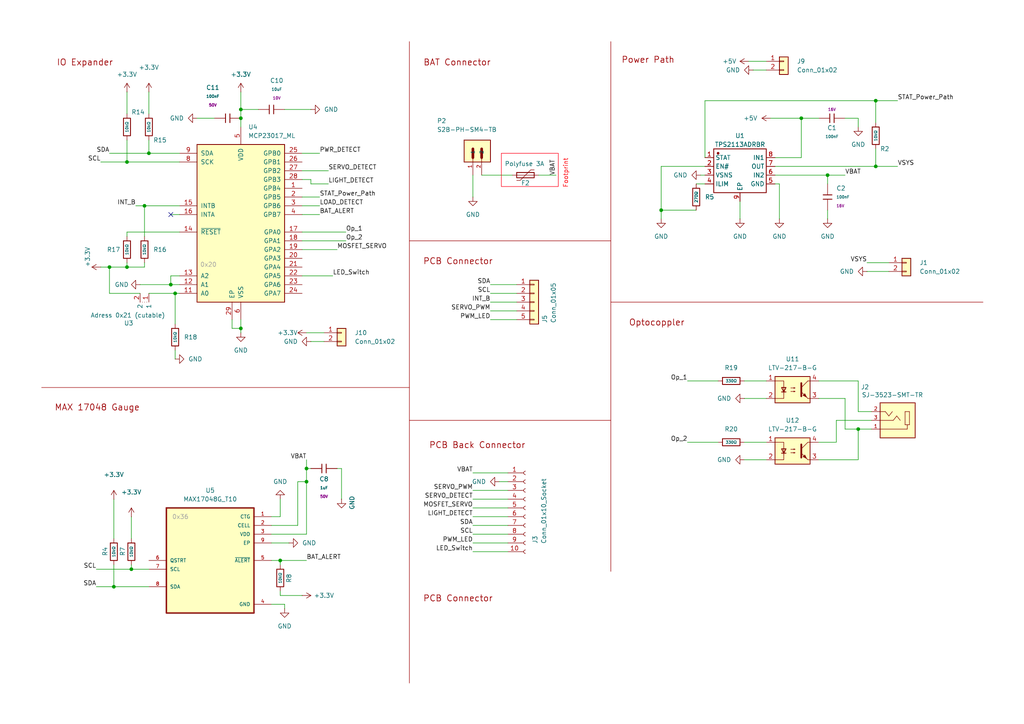
<source format=kicad_sch>
(kicad_sch (version 20250114) (generator "eeschema") (generator_version "9.0")
  (paper "A4")
  (rectangle (start 145.415 54.102) (end 161.925 44.45) (stroke (width 0) (color 255 0 23 1)))
  (text "PCB Back Connector" (at 138.43 129.286 0) (effects (font (size 1.778 1.778) (thickness 0.1905))))
  (text "Optocoppler" (at 190.5 93.726 0) (effects (font (size 1.778 1.778) (thickness 0.1905))))
  (text "BAT Connector\n" (at 132.588 18.288 0) (effects (font (size 1.778 1.778) (thickness 0.1905))))
  (text "IO Expander" (at 24.638 18.288 0) (effects (font (size 1.778 1.778) (thickness 0.1905))))
  (text "PCB Connector" (at 132.842 75.946 0) (effects (font (size 1.778 1.778) (thickness 0.1905))))
  (text "0x20" (at 60.452 76.962 0) (effects (font (size 1.27 1.27))))
  (text "Footprint" (at 164.084 50.292 90) (effects (font (size 1.27 1.27))))
  (text "MAX 17048 Gauge" (at 28.194 118.364 0) (effects (font (size 1.778 1.778) (thickness 0.1905))))
  (text "PCB Connector" (at 132.842 173.736 0) (effects (font (size 1.778 1.778) (thickness 0.1905))))
  (text "0x36" (at 52.324 150.114 0) (effects (font (size 1.27 1.27))))
  (text "Power Path" (at 187.96 17.526 0) (effects (font (size 1.778 1.778) (thickness 0.1905))))
  (junction (at 49.53 82.55))
  (junction (at 36.83 46.99))
  (junction (at 88.9 135.89))
  (junction (at 38.1 165.1))
  (junction (at 81.28 162.56))
  (junction (at 41.91 59.69))
  (junction (at 50.8 85.09))
  (junction (at 254 29.21))
  (junction (at 248.92 124.46))
  (junction (at 254 48.26))
  (junction (at 240.03 50.8))
  (junction (at 88.9 139.7))
  (junction (at 31.75 77.47))
  (junction (at 36.83 77.47))
  (junction (at 232.41 34.29))
  (junction (at 191.77 60.96))
  (junction (at 33.02 170.18))
  (junction (at 69.85 95.25))
  (junction (at 69.85 31.75))
  (junction (at 69.85 34.29))
  (junction (at 43.18 44.45))
  (no_connect (at 49.53 62.23))
  (wire (pts (xy 33.02 144.78) (xy 33.02 156.21)))
  (wire (pts (xy 137.16 157.48) (xy 147.32 157.48)))
  (wire (pts (xy 88.9 139.7) (xy 88.9 154.94)))
  (wire (pts (xy 86.36 139.7) (xy 88.9 139.7)))
  (wire (pts (xy 82.55 176.53) (xy 82.55 175.26)))
  (wire (pts (xy 90.17 99.06) (xy 93.98 99.06)))
  (wire (pts (xy 50.8 85.09) (xy 52.07 85.09)))
  (polyline (pts (xy 177.165 87.63) (xy 285.115 87.63)) (stroke (width 0) (type solid) (color 157 0 3 1)))
  (wire (pts (xy 137.16 152.4) (xy 147.32 152.4)))
  (polyline (pts (xy 12.065 112.395) (xy 118.745 112.395)) (stroke (width 0) (type solid) (color 157 0 3 1)))
  (wire (pts (xy 204.47 29.21) (xy 254 29.21)))
  (wire (pts (xy 191.77 48.26) (xy 191.77 60.96)))
  (wire (pts (xy 69.85 34.29) (xy 69.85 36.83)))
  (wire (pts (xy 232.41 34.29) (xy 232.41 45.72)))
  (wire (pts (xy 237.49 115.57) (xy 245.11 115.57)))
  (wire (pts (xy 203.2 50.8) (xy 204.47 50.8)))
  (wire (pts (xy 156.21 50.8) (xy 161.29 50.8)))
  (wire (pts (xy 248.92 110.49) (xy 248.92 119.38)))
  (wire (pts (xy 245.11 34.29) (xy 248.92 34.29)))
  (wire (pts (xy 201.93 53.34) (xy 204.47 53.34)))
  (wire (pts (xy 81.28 172.72) (xy 87.63 172.72)))
  (wire (pts (xy 137.16 50.8) (xy 137.16 57.15)))
  (wire (pts (xy 215.9 110.49) (xy 222.25 110.49)))
  (wire (pts (xy 88.9 135.89) (xy 88.9 139.7)))
  (wire (pts (xy 237.49 34.29) (xy 232.41 34.29)))
  (wire (pts (xy 50.8 101.6) (xy 50.8 104.14)))
  (wire (pts (xy 43.18 40.64) (xy 43.18 44.45)))
  (wire (pts (xy 81.28 149.86) (xy 78.74 149.86)))
  (wire (pts (xy 217.17 17.78) (xy 222.25 17.78)))
  (polyline (pts (xy 118.745 121.92) (xy 177.165 121.92)) (stroke (width 0) (type solid) (color 157 0 3 1)))
  (wire (pts (xy 142.24 85.09) (xy 149.86 85.09)))
  (wire (pts (xy 88.9 96.52) (xy 93.98 96.52)))
  (wire (pts (xy 69.85 31.75) (xy 69.85 34.29)))
  (wire (pts (xy 224.79 50.8) (xy 240.03 50.8)))
  (wire (pts (xy 199.39 110.49) (xy 208.28 110.49)))
  (wire (pts (xy 248.92 124.46) (xy 252.73 124.46)))
  (wire (pts (xy 214.63 58.42) (xy 214.63 63.5)))
  (wire (pts (xy 240.03 50.8) (xy 245.11 50.8)))
  (wire (pts (xy 36.83 40.64) (xy 36.83 46.99)))
  (wire (pts (xy 38.1 149.86) (xy 38.1 156.21)))
  (wire (pts (xy 248.92 119.38) (xy 252.73 119.38)))
  (wire (pts (xy 191.77 63.5) (xy 191.77 60.96)))
  (wire (pts (xy 40.64 82.55) (xy 49.53 82.55)))
  (wire (pts (xy 142.24 82.55) (xy 149.86 82.55)))
  (wire (pts (xy 31.75 85.09) (xy 31.75 77.47)))
  (wire (pts (xy 204.47 48.26) (xy 191.77 48.26)))
  (wire (pts (xy 137.16 149.86) (xy 147.32 149.86)))
  (wire (pts (xy 191.77 60.96) (xy 201.93 60.96)))
  (wire (pts (xy 254 29.21) (xy 254 35.56)))
  (polyline (pts (xy 177.165 165.735) (xy 177.165 12.065)) (stroke (width 0) (type solid) (color 157 0 3 1)))
  (wire (pts (xy 242.57 128.27) (xy 237.49 128.27)))
  (wire (pts (xy 78.74 162.56) (xy 81.28 162.56)))
  (wire (pts (xy 69.85 92.71) (xy 69.85 95.25)))
  (wire (pts (xy 248.92 133.35) (xy 248.92 124.46)))
  (wire (pts (xy 52.07 82.55) (xy 49.53 82.55)))
  (wire (pts (xy 139.7 50.8) (xy 148.59 50.8)))
  (wire (pts (xy 237.49 110.49) (xy 248.92 110.49)))
  (wire (pts (xy 31.75 44.45) (xy 43.18 44.45)))
  (wire (pts (xy 50.8 85.09) (xy 50.8 93.98)))
  (wire (pts (xy 240.03 60.96) (xy 240.03 63.5)))
  (wire (pts (xy 137.16 147.32) (xy 147.32 147.32)))
  (wire (pts (xy 41.91 59.69) (xy 52.07 59.69)))
  (wire (pts (xy 43.18 165.1) (xy 38.1 165.1)))
  (wire (pts (xy 137.16 154.94) (xy 147.32 154.94)))
  (wire (pts (xy 87.63 67.31) (xy 100.33 67.31)))
  (wire (pts (xy 43.18 26.67) (xy 43.18 33.02)))
  (wire (pts (xy 29.21 77.47) (xy 31.75 77.47)))
  (wire (pts (xy 38.1 165.1) (xy 38.1 163.83)))
  (wire (pts (xy 99.06 135.89) (xy 97.79 135.89)))
  (wire (pts (xy 81.28 162.56) (xy 88.9 162.56)))
  (wire (pts (xy 254 43.18) (xy 254 48.26)))
  (wire (pts (xy 90.17 53.34) (xy 90.17 52.07)))
  (wire (pts (xy 87.63 72.39) (xy 97.79 72.39)))
  (wire (pts (xy 99.06 144.78) (xy 99.06 135.89)))
  (wire (pts (xy 137.16 160.02) (xy 147.32 160.02)))
  (wire (pts (xy 88.9 133.35) (xy 88.9 135.89)))
  (wire (pts (xy 232.41 45.72) (xy 224.79 45.72)))
  (wire (pts (xy 142.24 92.71) (xy 149.86 92.71)))
  (wire (pts (xy 69.85 95.25) (xy 69.85 96.52)))
  (wire (pts (xy 87.63 59.69) (xy 92.71 59.69)))
  (wire (pts (xy 36.83 77.47) (xy 41.91 77.47)))
  (wire (pts (xy 27.94 170.18) (xy 33.02 170.18)))
  (wire (pts (xy 95.25 53.34) (xy 90.17 53.34)))
  (wire (pts (xy 251.46 78.74) (xy 257.81 78.74)))
  (wire (pts (xy 251.46 76.2) (xy 257.81 76.2)))
  (wire (pts (xy 242.57 121.92) (xy 242.57 128.27)))
  (wire (pts (xy 67.31 95.25) (xy 69.85 95.25)))
  (wire (pts (xy 142.24 90.17) (xy 149.86 90.17)))
  (wire (pts (xy 39.37 59.69) (xy 41.91 59.69)))
  (wire (pts (xy 226.06 63.5) (xy 226.06 53.34)))
  (wire (pts (xy 254 48.26) (xy 260.35 48.26)))
  (wire (pts (xy 82.55 31.75) (xy 90.17 31.75)))
  (polyline (pts (xy 118.745 198.12) (xy 118.745 12.065)) (stroke (width 0) (type solid) (color 157 0 3 1)))
  (wire (pts (xy 81.28 163.83) (xy 81.28 162.56)))
  (wire (pts (xy 43.18 85.09) (xy 50.8 85.09)))
  (wire (pts (xy 49.53 62.23) (xy 52.07 62.23)))
  (wire (pts (xy 226.06 53.34) (xy 224.79 53.34)))
  (wire (pts (xy 27.94 165.1) (xy 38.1 165.1)))
  (wire (pts (xy 69.85 26.67) (xy 69.85 31.75)))
  (wire (pts (xy 240.03 50.8) (xy 240.03 53.34)))
  (wire (pts (xy 248.92 34.29) (xy 248.92 36.83)))
  (wire (pts (xy 245.11 124.46) (xy 248.92 124.46)))
  (wire (pts (xy 78.74 157.48) (xy 83.82 157.48)))
  (wire (pts (xy 87.63 62.23) (xy 92.71 62.23)))
  (wire (pts (xy 218.44 20.32) (xy 222.25 20.32)))
  (wire (pts (xy 144.78 139.7) (xy 147.32 139.7)))
  (wire (pts (xy 29.21 46.99) (xy 36.83 46.99)))
  (wire (pts (xy 237.49 133.35) (xy 248.92 133.35)))
  (wire (pts (xy 36.83 68.58) (xy 36.83 67.31)))
  (wire (pts (xy 254 29.21) (xy 260.35 29.21)))
  (wire (pts (xy 31.75 77.47) (xy 36.83 77.47)))
  (wire (pts (xy 86.36 152.4) (xy 86.36 139.7)))
  (wire (pts (xy 74.93 31.75) (xy 69.85 31.75)))
  (wire (pts (xy 81.28 172.72) (xy 81.28 171.45)))
  (wire (pts (xy 87.63 80.01) (xy 96.52 80.01)))
  (polyline (pts (xy 118.745 69.85) (xy 177.165 69.85)) (stroke (width 0) (type solid) (color 157 0 3 1)))
  (wire (pts (xy 43.18 170.18) (xy 33.02 170.18)))
  (wire (pts (xy 223.52 34.29) (xy 232.41 34.29)))
  (wire (pts (xy 88.9 135.89) (xy 90.17 135.89)))
  (wire (pts (xy 90.17 52.07) (xy 87.63 52.07)))
  (wire (pts (xy 137.16 137.16) (xy 147.32 137.16)))
  (wire (pts (xy 78.74 152.4) (xy 86.36 152.4)))
  (wire (pts (xy 41.91 59.69) (xy 41.91 68.58)))
  (wire (pts (xy 49.53 80.01) (xy 52.07 80.01)))
  (wire (pts (xy 215.9 128.27) (xy 222.25 128.27)))
  (wire (pts (xy 252.73 121.92) (xy 242.57 121.92)))
  (wire (pts (xy 49.53 82.55) (xy 49.53 80.01)))
  (wire (pts (xy 142.24 87.63) (xy 149.86 87.63)))
  (wire (pts (xy 88.9 154.94) (xy 78.74 154.94)))
  (wire (pts (xy 215.9 115.57) (xy 222.25 115.57)))
  (wire (pts (xy 81.28 144.78) (xy 81.28 149.86)))
  (wire (pts (xy 87.63 57.15) (xy 92.71 57.15)))
  (wire (pts (xy 87.63 49.53) (xy 95.25 49.53)))
  (wire (pts (xy 67.31 92.71) (xy 67.31 95.25)))
  (wire (pts (xy 36.83 76.2) (xy 36.83 77.47)))
  (wire (pts (xy 82.55 175.26) (xy 78.74 175.26)))
  (wire (pts (xy 137.16 142.24) (xy 147.32 142.24)))
  (wire (pts (xy 36.83 26.67) (xy 36.83 33.02)))
  (wire (pts (xy 199.39 128.27) (xy 208.28 128.27)))
  (wire (pts (xy 245.11 115.57) (xy 245.11 124.46)))
  (wire (pts (xy 31.75 85.09) (xy 40.64 85.09)))
  (wire (pts (xy 224.79 48.26) (xy 254 48.26)))
  (wire (pts (xy 204.47 29.21) (xy 204.47 45.72)))
  (wire (pts (xy 87.63 69.85) (xy 100.33 69.85)))
  (wire (pts (xy 215.9 133.35) (xy 222.25 133.35)))
  (wire (pts (xy 137.16 144.78) (xy 147.32 144.78)))
  (wire (pts (xy 87.63 44.45) (xy 92.71 44.45)))
  (wire (pts (xy 33.02 170.18) (xy 33.02 163.83)))
  (wire (pts (xy 41.91 76.2) (xy 41.91 77.47)))
  (wire (pts (xy 36.83 46.99) (xy 52.07 46.99)))
  (wire (pts (xy 43.18 44.45) (xy 52.07 44.45)))
  (wire (pts (xy 36.83 67.31) (xy 52.07 67.31)))
  (wire (pts (xy 57.15 34.29) (xy 62.23 34.29)))
  (label "SCL" (at 27.94 165.1 180))
  (label "VBAT" (at 161.29 50.8 90))
  (label "SDA" (at 31.75 44.45 180))
  (label "MOSFET_SERVO" (at 97.79 72.39 0))
  (label "VBAT" (at 88.9 133.35 180))
  (label "VSYS" (at 260.35 48.26 0))
  (label "SDA" (at 142.24 82.55 180))
  (label "VBAT" (at 245.11 50.8 0))
  (label "Op_2" (at 199.39 128.27 180))
  (label "SCL" (at 142.24 85.09 180))
  (label "PWM_LED" (at 137.16 157.48 180))
  (label "SERVO_DETECT" (at 95.25 49.53 0))
  (label "BAT_ALERT" (at 92.71 62.23 0))
  (label "MOSFET_SERVO" (at 137.16 147.32 180))
  (label "LIGHT_DETECT" (at 137.16 149.86 180))
  (label "SERVO_DETECT" (at 137.16 144.78 180))
  (label "LIGHT_DETECT" (at 95.25 53.34 0))
  (label "PWM_LED" (at 142.24 92.71 180))
  (label "LED_Switch" (at 137.16 160.02 180))
  (label "BAT_ALERT" (at 88.9 162.56 0))
  (label "LED_Switch" (at 96.52 80.01 0))
  (label "SERVO_PWM" (at 137.16 142.24 180))
  (label "SDA" (at 27.94 170.18 180))
  (label "SCL" (at 29.21 46.99 180))
  (label "VSYS" (at 251.46 76.2 180))
  (label "STAT_Power_Path" (at 92.71 57.15 0))
  (label "SDA" (at 137.16 152.4 180))
  (label "LOAD_DETECT" (at 92.71 59.69 0))
  (label "VBAT" (at 137.16 137.16 180))
  (label "PWR_DETECT" (at 92.71 44.45 0))
  (label "INT_B" (at 142.24 87.63 180))
  (label "INT_B" (at 39.37 59.69 180))
  (label "STAT_Power_Path" (at 260.35 29.21 0))
  (label "SERVO_PWM" (at 142.24 90.17 180))
  (label "Op_1" (at 199.39 110.49 180))
  (label "Op_2" (at 100.33 69.85 0))
  (label "SCL" (at 137.16 154.94 180))
  (label "Op_1" (at 100.33 67.31 0))
  (symbol (lib_id "PCM_JLCPCB-Capacitors:0402,100nF") (at 240.03 57.15 0) (unit 1)
    (property "Reference" "C2" (at 242.57 54.6099 0) (effects (justify left)))
    (property "Value" "100nF" (at 242.57 57.15 0) (effects (font (size 0.8 0.8)) (justify left)))
    (property "Footprint" "PCM_JLCPCB:C_0402" (effects (hide yes)))
    (property "Datasheet" "https://www.lcsc.com/datasheet/lcsc_datasheet_2304140030_Samsung-Electro-Mechanics-CL05B104KO5NNNC_C1525.pdf" (effects (hide yes)))
    (property "Description" "16V 100nF X7R ±10% 0402 Multilayer Ceramic Capacitors MLCC - SMD/SMT ROHS" (effects (hide yes)))
    (property "LCSC" "C1525" (effects (hide yes)))
    (property "Stock" "20208285" (effects (hide yes)))
    (property "Price" "0.004USD" (effects (hide yes)))
    (property "Process" "SMT" (effects (hide yes)))
    (property "Minimum Qty" "20" (effects (hide yes)))
    (property "Attrition Qty" "10" (effects (hide yes)))
    (property "Class" "Basic Component" (effects (hide yes)))
    (property "Category" "Capacitors,Multilayer Ceramic Capacitors MLCC - SMD/SMT" (effects (hide yes)))
    (property "Manufacturer" "Samsung Electro-Mechanics" (effects (hide yes)))
    (property "Part" "CL05B104KO5NNNC" (effects (hide yes)))
    (property "Voltage Rated" "16V" (at 242.57 59.69 0) (effects (font (size 0.8 0.8)) (justify left)))
    (property "Tolerance" "±10%" (effects (hide yes)))
    (property "Capacitance" "100nF" (effects (hide yes)))
    (property "Temperature Coefficient" "X7R" (effects (hide yes)))
  )
  (symbol (lib_id "ESP32_C6_Lib:TPS2113ADRBR") (at 214.63 49.53 0) (unit 1)
    (property "Reference" "U1" (at 214.63 39.37 0))
    (property "Value" "TPS2113ADRBR" (at 214.63 41.91 0))
    (property "Footprint" "ESP32_C6_libfoot:SON-8_L3.0-W3.0-P0.65-LS3.0-BL-EP" (effects (hide yes)))
    (property "Manufacturer Part" "TPS2113ADRBR" (effects (hide yes)))
    (property "Manufacturer" "TI(德州仪器)" (effects (hide yes)))
    (property "Supplier Part" "C354512" (effects (hide yes)))
    (property "Supplier" "LCSC" (effects (hide yes)))
  )
  (symbol (lib_id "power:GND") (at 144.78 139.7 270) (unit 1)
    (property "Reference" "#PWR017" (effects (hide yes)))
    (property "Value" "GND" (at 140.97 139.6999 90) (effects (justify right)))
    (property "Description" "Power symbol creates a global label with name \"GND\" , ground" (effects (hide yes)))
  )
  (symbol (lib_id "power:GND") (at 90.17 99.06 270) (unit 1)
    (property "Reference" "#PWR038" (effects (hide yes)))
    (property "Value" "GND" (at 84.328 99.06 90))
    (property "Description" "Power symbol creates a global label with name \"GND\" , ground" (effects (hide yes)))
  )
  (symbol (lib_id "PCM_JLCPCB-Resistors:0402,10kΩ") (at 33.02 160.02 180) (unit 1)
    (property "Reference" "R4" (at 30.48 161.29 90) (effects (justify right)))
    (property "Value" "10kΩ" (at 33.02 160.02 90) (effects (font (size 0.8 0.8))))
    (property "Footprint" "PCM_JLCPCB:R_0402" (effects (hide yes)))
    (property "Datasheet" "https://www.lcsc.com/datasheet/lcsc_datasheet_2411221126_UNI-ROYAL-Uniroyal-Elec-0402WGF1002TCE_C25744.pdf" (effects (hide yes)))
    (property "Description" "62.5mW Thick Film Resistors 50V ±100ppm/°C ±1% 10kΩ 0402 Chip Resistor - Surface Mount ROHS" (effects (hide yes)))
    (property "LCSC" "C25744" (effects (hide yes)))
    (property "Stock" "24372091" (effects (hide yes)))
    (property "Price" "0.004USD" (effects (hide yes)))
    (property "Process" "SMT" (effects (hide yes)))
    (property "Minimum Qty" "20" (effects (hide yes)))
    (property "Attrition Qty" "10" (effects (hide yes)))
    (property "Class" "Basic Component" (effects (hide yes)))
    (property "Category" "Resistors,Chip Resistor - Surface Mount" (effects (hide yes)))
    (property "Manufacturer" "UNI-ROYAL(Uniroyal Elec)" (effects (hide yes)))
    (property "Part" "0402WGF1002TCE" (effects (hide yes)))
    (property "Resistance" "10kΩ" (effects (hide yes)))
    (property "Power(Watts)" "62.5mW" (effects (hide yes)))
    (property "Type" "Thick Film Resistors" (effects (hide yes)))
    (property "Overload Voltage (Max)" "50V" (effects (hide yes)))
    (property "Operating Temperature Range" "-55°C~+155°C" (effects (hide yes)))
    (property "Tolerance" "±1%" (effects (hide yes)))
    (property "Temperature Coefficient" "±100ppm/°C" (effects (hide yes)))
  )
  (symbol (lib_id "power:GND") (at 215.9 115.57 270) (unit 1)
    (property "Reference" "#PWR028" (effects (hide yes)))
    (property "Value" "GND" (at 212.09 115.5699 90) (effects (justify right)))
    (property "Description" "Power symbol creates a global label with name \"GND\" , ground" (effects (hide yes)))
  )
  (symbol (lib_id "Cut_Trace_libsymb:2Pad_Cut") (at 41.91 85.09 180) (unit 1)
    (property "Reference" "U3" (at 37.338 93.726 0))
    (property "Value" "Adress 0x21 (cutable)" (at 37.084 91.44 0))
    (property "Footprint" "Cut_Trace_libfoot:2Pad_Cut" (effects (hide yes)))
  )
  (symbol (lib_id "power:GND") (at 40.64 82.55 270) (unit 1)
    (property "Reference" "#PWR027" (effects (hide yes)))
    (property "Value" "GND" (at 37.338 82.55 90) (effects (justify right)))
    (property "Description" "Power symbol creates a global label with name \"GND\" , ground" (effects (hide yes)))
  )
  (symbol (lib_id "PCM_JLCPCB-Resistors:0603,270Ω") (at 201.93 57.15 0) (unit 1)
    (property "Reference" "R5" (at 204.47 57.1499 0) (effects (justify left)))
    (property "Value" "270Ω" (at 201.93 57.15 90) (effects (font (size 0.8 0.8))))
    (property "Footprint" "PCM_JLCPCB:R_0603" (effects (hide yes)))
    (property "Datasheet" "https://www.lcsc.com/datasheet/lcsc_datasheet_2206010130_UNI-ROYAL-Uniroyal-Elec-0603WAF2700T5E_C22966.pdf" (effects (hide yes)))
    (property "Description" "100mW Thick Film Resistors 75V ±100ppm/°C ±1% 270Ω 0603 Chip Resistor - Surface Mount ROHS" (effects (hide yes)))
    (property "LCSC" "C22966" (effects (hide yes)))
    (property "Stock" "208522" (effects (hide yes)))
    (property "Price" "0.004USD" (effects (hide yes)))
    (property "Process" "SMT" (effects (hide yes)))
    (property "Minimum Qty" "20" (effects (hide yes)))
    (property "Attrition Qty" "10" (effects (hide yes)))
    (property "Class" "Basic Component" (effects (hide yes)))
    (property "Category" "Resistors,Chip Resistor - Surface Mount" (effects (hide yes)))
    (property "Manufacturer" "UNI-ROYAL(Uniroyal Elec)" (effects (hide yes)))
    (property "Part" "0603WAF2700T5E" (effects (hide yes)))
    (property "Resistance" "270Ω" (effects (hide yes)))
    (property "Power(Watts)" "100mW" (effects (hide yes)))
    (property "Type" "Thick Film Resistors" (effects (hide yes)))
    (property "Overload Voltage (Max)" "75V" (effects (hide yes)))
    (property "Operating Temperature Range" "-55°C~+155°C" (effects (hide yes)))
    (property "Tolerance" "±1%" (effects (hide yes)))
    (property "Temperature Coefficient" "±100ppm/°C" (effects (hide yes)))
  )
  (symbol (lib_id "Interface_Expansion:MCP23017_ML") (at 69.85 64.77 0) (unit 1)
    (property "Reference" "U4" (at 71.9933 36.83 0) (effects (justify left)))
    (property "Value" "MCP23017_ML" (at 71.9933 39.37 0) (effects (justify left)))
    (property "Footprint" "Package_DFN_QFN:QFN-28-1EP_6x6mm_P0.65mm_EP4.25x4.25mm" (effects (hide yes)))
    (property "Datasheet" "https://ww1.microchip.com/downloads/aemDocuments/documents/APID/ProductDocuments/DataSheets/MCP23017-Data-Sheet-DS20001952.pdf" (effects (hide yes)))
    (property "Description" "16-bit I/O expander, I2C, interrupts, w pull-ups, GPA/B7 output only (https://microchip.my.site.com/s/article/GPA7---GPB7-Cannot-Be-Used-as-Inputs-In-MCP23017), QFN-28" (effects (hide yes)))
  )
  (symbol (lib_id "PCM_JLCPCB-Capacitors:0603,10uF") (at 78.74 31.75 90) (unit 1)
    (property "Reference" "C10" (at 80.264 23.368 90))
    (property "Value" "10uF" (at 80.264 25.908 90) (effects (font (size 0.8 0.8))))
    (property "Footprint" "PCM_JLCPCB:C_0603" (effects (hide yes)))
    (property "Datasheet" "https://www.lcsc.com/datasheet/lcsc_datasheet_2304140030_Samsung-Electro-Mechanics-CL10A106KP8NNNC_C19702.pdf" (effects (hide yes)))
    (property "Description" "10V 10uF X5R ±10% 0603 Multilayer Ceramic Capacitors MLCC - SMD/SMT ROHS" (effects (hide yes)))
    (property "LCSC" "C19702" (effects (hide yes)))
    (property "Stock" "9881407" (effects (hide yes)))
    (property "Price" "0.009USD" (effects (hide yes)))
    (property "Process" "SMT" (effects (hide yes)))
    (property "Minimum Qty" "20" (effects (hide yes)))
    (property "Attrition Qty" "10" (effects (hide yes)))
    (property "Class" "Basic Component" (effects (hide yes)))
    (property "Category" "Capacitors,Multilayer Ceramic Capacitors MLCC - SMD/SMT" (effects (hide yes)))
    (property "Manufacturer" "Samsung Electro-Mechanics" (effects (hide yes)))
    (property "Part" "CL10A106KP8NNNC" (effects (hide yes)))
    (property "Voltage Rated" "10V" (at 80.264 28.448 90) (effects (font (size 0.8 0.8))))
    (property "Tolerance" "±10%" (effects (hide yes)))
    (property "Capacitance" "10uF" (effects (hide yes)))
    (property "Temperature Coefficient" "X5R" (effects (hide yes)))
  )
  (symbol (lib_id "power:+3.3V") (at 36.83 26.67 0) (unit 1)
    (property "Reference" "#PWR03" (effects (hide yes)))
    (property "Value" "+3.3V" (at 36.83 21.59 0))
    (property "Description" "Power symbol creates a global label with name \"+3.3V\"" (effects (hide yes)))
  )
  (symbol (lib_id "PCM_JLCPCB-Resistors:0402,10kΩ") (at 254 39.37 0) (unit 1)
    (property "Reference" "R2" (at 255.27 43.18 0) (effects (justify left)))
    (property "Value" "10kΩ" (at 254 39.37 90) (effects (font (size 0.8 0.8))))
    (property "Footprint" "PCM_JLCPCB:R_0402" (effects (hide yes)))
    (property "Datasheet" "https://www.lcsc.com/datasheet/lcsc_datasheet_2411221126_UNI-ROYAL-Uniroyal-Elec-0402WGF1002TCE_C25744.pdf" (effects (hide yes)))
    (property "Description" "62.5mW Thick Film Resistors 50V ±100ppm/°C ±1% 10kΩ 0402 Chip Resistor - Surface Mount ROHS" (effects (hide yes)))
    (property "LCSC" "C25744" (effects (hide yes)))
    (property "Stock" "24372091" (effects (hide yes)))
    (property "Price" "0.004USD" (effects (hide yes)))
    (property "Process" "SMT" (effects (hide yes)))
    (property "Minimum Qty" "20" (effects (hide yes)))
    (property "Attrition Qty" "10" (effects (hide yes)))
    (property "Class" "Basic Component" (effects (hide yes)))
    (property "Category" "Resistors,Chip Resistor - Surface Mount" (effects (hide yes)))
    (property "Manufacturer" "UNI-ROYAL(Uniroyal Elec)" (effects (hide yes)))
    (property "Part" "0402WGF1002TCE" (effects (hide yes)))
    (property "Resistance" "10kΩ" (effects (hide yes)))
    (property "Power(Watts)" "62.5mW" (effects (hide yes)))
    (property "Type" "Thick Film Resistors" (effects (hide yes)))
    (property "Overload Voltage (Max)" "50V" (effects (hide yes)))
    (property "Operating Temperature Range" "-55°C~+155°C" (effects (hide yes)))
    (property "Tolerance" "±1%" (effects (hide yes)))
    (property "Temperature Coefficient" "±100ppm/°C" (effects (hide yes)))
  )
  (symbol (lib_id "Connector_Generic:Conn_01x05") (at 154.94 87.63 0) (unit 1)
    (property "Reference" "J5" (at 157.988 93.726 90) (effects (justify left)))
    (property "Value" "Conn_01x05" (at 160.528 93.726 90) (effects (justify left)))
    (property "Footprint" "Connector_PinHeader_2.54mm:PinHeader_1x05_P2.54mm_Vertical" (effects (hide yes)))
    (property "Description" "Generic connector, single row, 01x05, script generated (kicad-library-utils/schlib/autogen/connector/)" (effects (hide yes)))
  )
  (symbol (lib_id "power:+5V") (at 217.17 17.78 90) (unit 1)
    (property "Reference" "#PWR08" (effects (hide yes)))
    (property "Value" "+5V" (at 213.614 17.78 90) (effects (justify left)))
    (property "Description" "Power symbol creates a global label with name \"+5V\"" (effects (hide yes)))
  )
  (symbol (lib_id "power:GND") (at 226.06 63.5 0) (unit 1)
    (property "Reference" "#PWR019" (effects (hide yes)))
    (property "Value" "GND" (at 226.06 68.58 0))
    (property "Description" "Power symbol creates a global label with name \"GND\" , ground" (effects (hide yes)))
  )
  (symbol (lib_id "PCM_JLCPCB-Resistors:0402,10kΩ") (at 81.28 167.64 0) (unit 1)
    (property "Reference" "R8" (at 83.82 166.37 90) (effects (justify right)))
    (property "Value" "10kΩ" (at 81.28 167.64 90) (effects (font (size 0.8 0.8))))
    (property "Footprint" "PCM_JLCPCB:R_0402" (effects (hide yes)))
    (property "Datasheet" "https://www.lcsc.com/datasheet/lcsc_datasheet_2411221126_UNI-ROYAL-Uniroyal-Elec-0402WGF1002TCE_C25744.pdf" (effects (hide yes)))
    (property "Description" "62.5mW Thick Film Resistors 50V ±100ppm/°C ±1% 10kΩ 0402 Chip Resistor - Surface Mount ROHS" (effects (hide yes)))
    (property "LCSC" "C25744" (effects (hide yes)))
    (property "Stock" "24372091" (effects (hide yes)))
    (property "Price" "0.004USD" (effects (hide yes)))
    (property "Process" "SMT" (effects (hide yes)))
    (property "Minimum Qty" "20" (effects (hide yes)))
    (property "Attrition Qty" "10" (effects (hide yes)))
    (property "Class" "Basic Component" (effects (hide yes)))
    (property "Category" "Resistors,Chip Resistor - Surface Mount" (effects (hide yes)))
    (property "Manufacturer" "UNI-ROYAL(Uniroyal Elec)" (effects (hide yes)))
    (property "Part" "0402WGF1002TCE" (effects (hide yes)))
    (property "Resistance" "10kΩ" (effects (hide yes)))
    (property "Power(Watts)" "62.5mW" (effects (hide yes)))
    (property "Type" "Thick Film Resistors" (effects (hide yes)))
    (property "Overload Voltage (Max)" "50V" (effects (hide yes)))
    (property "Operating Temperature Range" "-55°C~+155°C" (effects (hide yes)))
    (property "Tolerance" "±1%" (effects (hide yes)))
    (property "Temperature Coefficient" "±100ppm/°C" (effects (hide yes)))
  )
  (symbol (lib_id "power:GND") (at 81.28 144.78 180) (unit 1)
    (property "Reference" "#PWR014" (effects (hide yes)))
    (property "Value" "GND" (at 81.28 139.7 0))
    (property "Description" "Power symbol creates a global label with name \"GND\" , ground" (effects (hide yes)))
  )
  (symbol (lib_id "power:GND") (at 214.63 63.5 0) (unit 1)
    (property "Reference" "#PWR018" (effects (hide yes)))
    (property "Value" "GND" (at 214.63 68.58 0))
    (property "Description" "Power symbol creates a global label with name \"GND\" , ground" (effects (hide yes)))
  )
  (symbol (lib_id "Device:Polyfuse") (at 152.4 50.8 90) (unit 1)
    (property "Reference" "F2" (at 152.4 53.086 90))
    (property "Value" "Polyfuse 3A" (at 152.146 47.498 90))
    (property "Footprint" "Fuse:Fuse_1812_4532Metric" (effects (hide yes)))
    (property "Description" "Resettable fuse, polymeric positive temperature coefficient" (effects (hide yes)))
  )
  (symbol (lib_id "power:GND") (at 240.03 63.5 0) (unit 1)
    (property "Reference" "#PWR020" (effects (hide yes)))
    (property "Value" "GND" (at 240.03 68.58 0))
    (property "Description" "Power symbol creates a global label with name \"GND\" , ground" (effects (hide yes)))
  )
  (symbol (lib_id "PCM_JLCPCB-Resistors:0402,330Ω") (at 212.09 110.49 90) (unit 1)
    (property "Reference" "R19" (at 212.09 106.68 90))
    (property "Value" "330Ω" (at 212.09 110.49 90) (effects (font (size 0.8 0.8))))
    (property "Footprint" "PCM_JLCPCB:R_0402" (effects (hide yes)))
    (property "Datasheet" "https://www.lcsc.com/datasheet/lcsc_datasheet_2205311900_UNI-ROYAL-Uniroyal-Elec-0402WGF3300TCE_C25104.pdf" (effects (hide yes)))
    (property "Description" "62.5mW Thick Film Resistors 50V ±100ppm/°C ±1% 330Ω 0402 Chip Resistor - Surface Mount ROHS" (effects (hide yes)))
    (property "LCSC" "C25104" (effects (hide yes)))
    (property "Stock" "1159127" (effects (hide yes)))
    (property "Price" "0.004USD" (effects (hide yes)))
    (property "Process" "SMT" (effects (hide yes)))
    (property "Minimum Qty" "20" (effects (hide yes)))
    (property "Attrition Qty" "10" (effects (hide yes)))
    (property "Class" "Basic Component" (effects (hide yes)))
    (property "Category" "Resistors,Chip Resistor - Surface Mount" (effects (hide yes)))
    (property "Manufacturer" "UNI-ROYAL(Uniroyal Elec)" (effects (hide yes)))
    (property "Part" "0402WGF3300TCE" (effects (hide yes)))
    (property "Resistance" "330Ω" (effects (hide yes)))
    (property "Power(Watts)" "62.5mW" (effects (hide yes)))
    (property "Type" "Thick Film Resistors" (effects (hide yes)))
    (property "Overload Voltage (Max)" "50V" (effects (hide yes)))
    (property "Operating Temperature Range" "-55°C~+155°C" (effects (hide yes)))
    (property "Tolerance" "±1%" (effects (hide yes)))
    (property "Temperature Coefficient" "±100ppm/°C" (effects (hide yes)))
  )
  (symbol (lib_id "PCM_JLCPCB-Capacitors:0805,1uF") (at 93.98 135.89 90) (unit 1)
    (property "Reference" "C8" (at 93.98 138.938 90))
    (property "Value" "1uF" (at 93.98 141.478 90) (effects (font (size 0.8 0.8))))
    (property "Footprint" "PCM_JLCPCB:C_0805" (effects (hide yes)))
    (property "Datasheet" "https://www.lcsc.com/datasheet/lcsc_datasheet_2304140030_Samsung-Electro-Mechanics-CL21B105KBFNNNE_C28323.pdf" (effects (hide yes)))
    (property "Description" "50V 1uF X7R ±10% 0805 Multilayer Ceramic Capacitors MLCC - SMD/SMT ROHS" (effects (hide yes)))
    (property "LCSC" "C28323" (effects (hide yes)))
    (property "Stock" "4334256" (effects (hide yes)))
    (property "Price" "0.012USD" (effects (hide yes)))
    (property "Process" "SMT" (effects (hide yes)))
    (property "Minimum Qty" "20" (effects (hide yes)))
    (property "Attrition Qty" "10" (effects (hide yes)))
    (property "Class" "Basic Component" (effects (hide yes)))
    (property "Category" "Capacitors,Multilayer Ceramic Capacitors MLCC - SMD/SMT" (effects (hide yes)))
    (property "Manufacturer" "Samsung Electro-Mechanics" (effects (hide yes)))
    (property "Part" "CL21B105KBFNNNE" (effects (hide yes)))
    (property "Voltage Rated" "50V" (at 93.98 144.018 90) (effects (font (size 0.8 0.8))))
    (property "Tolerance" "±10%" (effects (hide yes)))
    (property "Capacitance" "1uF" (effects (hide yes)))
    (property "Temperature Coefficient" "X7R" (effects (hide yes)))
  )
  (symbol (lib_id "ESP32_C6_Lib:S2B-PH-SM4-TB") (at 138.43 45.72 90) (unit 1)
    (property "Reference" "P2" (at 126.746 35.052 90) (effects (justify right)))
    (property "Value" "S2B-PH-SM4-TB" (at 126.746 37.592 90) (effects (justify right)))
    (property "Footprint" "ESP32_C6_libfoot:JST_S2B-PH-SM4-TB" (effects (hide yes)))
    (property "MF" "JST Sales" (effects (hide yes)))
    (property "Description_1" "Connector Header Surface Mount, Right Angle 2 position 0.079 (2.00mm)" (effects (hide yes)))
    (property "Package" "None" (effects (hide yes)))
    (property "Price" "None" (effects (hide yes)))
    (property "Check_prices" "https://www.snapeda.com/parts/S2B-PH-SM4-TB/JST/view-part/?ref=eda" (effects (hide yes)))
    (property "SnapEDA_Link" "https://www.snapeda.com/parts/S2B-PH-SM4-TB/JST/view-part/?ref=snap" (effects (hide yes)))
    (property "MP" "S2B-PH-SM4-TB" (effects (hide yes)))
    (property "Availability" "In Stock" (effects (hide yes)))
    (property "MANUFACTURER" "JST" (effects (hide yes)))
  )
  (symbol (lib_id "ESP32_C6_Lib:SJ-3523-SMT-TR") (at 260.35 121.92 180) (unit 1)
    (property "Reference" "J2" (at 249.682 112.268 0) (effects (justify right)))
    (property "Value" "SJ-3523-SMT-TR" (at 249.936 114.554 0) (effects (justify right)))
    (property "Footprint" "ESP32_C6_libfoot:CUI_SJ-3523-SMT-TR" (effects (hide yes)))
    (property "MF" "Same Sky" (effects (hide yes)))
    (property "Description_1" "3.5 mm, Stereo, Right Angle, Surface Mount (SMT), 3 Conductors, 0 Internal Switches, Audio Jack Connector" (effects (hide yes)))
    (property "Package" "None" (effects (hide yes)))
    (property "Price" "None" (effects (hide yes)))
    (property "STANDARD" "Manufacturer recommendations" (effects (hide yes)))
    (property "SnapEDA_Link" "https://www.snapeda.com/parts/SJ-3523-SMT-TR/Same+Sky/view-part/?ref=snap" (effects (hide yes)))
    (property "MP" "SJ-3523-SMT-TR" (effects (hide yes)))
    (property "Availability" "In Stock" (effects (hide yes)))
    (property "Check_prices" "https://www.snapeda.com/parts/SJ-3523-SMT-TR/Same+Sky/view-part/?ref=eda" (effects (hide yes)))
  )
  (symbol (lib_id "power:GND") (at 82.55 176.53 0) (unit 1)
    (property "Reference" "#PWR012" (effects (hide yes)))
    (property "Value" "GND" (at 82.55 181.61 0))
    (property "Description" "Power symbol creates a global label with name \"GND\" , ground" (effects (hide yes)))
  )
  (symbol (lib_id "power:GND") (at 218.44 20.32 270) (unit 1)
    (property "Reference" "#PWR011" (effects (hide yes)))
    (property "Value" "GND" (at 212.598 20.32 90))
    (property "Description" "Power symbol creates a global label with name \"GND\" , ground" (effects (hide yes)))
  )
  (symbol (lib_id "Connector_Generic:Conn_01x02") (at 99.06 96.52 0) (unit 1)
    (property "Reference" "J10" (at 102.87 96.5199 0) (effects (justify left)))
    (property "Value" "Conn_01x02" (at 102.87 99.0599 0) (effects (justify left)))
    (property "Footprint" "Connector_PinHeader_2.54mm:PinHeader_1x02_P2.54mm_Vertical" (effects (hide yes)))
    (property "Description" "Generic connector, single row, 01x02, script generated (kicad-library-utils/schlib/autogen/connector/)" (effects (hide yes)))
  )
  (symbol (lib_id "power:+3.3V") (at 88.9 96.52 90) (unit 1)
    (property "Reference" "#PWR037" (effects (hide yes)))
    (property "Value" "+3.3V" (at 86.36 96.5199 90) (effects (justify left)))
    (property "Description" "Power symbol creates a global label with name \"+3.3V\"" (effects (hide yes)))
  )
  (symbol (lib_id "power:+3.3V") (at 29.21 77.47 90) (unit 1)
    (property "Reference" "#PWR04" (effects (hide yes)))
    (property "Value" "+3.3V" (at 25.4 77.4699 0) (effects (justify left)))
    (property "Description" "Power symbol creates a global label with name \"+3.3V\"" (effects (hide yes)))
  )
  (symbol (lib_id "power:+3.3V") (at 33.02 144.78 0) (unit 1)
    (property "Reference" "#PWR010" (effects (hide yes)))
    (property "Value" "+3.3V" (at 33.02 137.668 0))
    (property "Description" "Power symbol creates a global label with name \"+3.3V\"" (effects (hide yes)))
  )
  (symbol (lib_id "power:+3.3V") (at 38.1 149.86 0) (unit 1)
    (property "Reference" "#PWR013" (effects (hide yes)))
    (property "Value" "+3.3V" (at 38.1 142.748 0))
    (property "Description" "Power symbol creates a global label with name \"+3.3V\"" (effects (hide yes)))
  )
  (symbol (lib_id "power:+3.3V") (at 69.85 26.67 0) (unit 1)
    (property "Reference" "#PWR01" (effects (hide yes)))
    (property "Value" "+3.3V" (at 69.85 21.59 0))
    (property "Description" "Power symbol creates a global label with name \"+3.3V\"" (effects (hide yes)))
  )
  (symbol (lib_id "power:GND") (at 215.9 133.35 270) (unit 1)
    (property "Reference" "#PWR029" (effects (hide yes)))
    (property "Value" "GND" (at 212.09 133.3499 90) (effects (justify right)))
    (property "Description" "Power symbol creates a global label with name \"GND\" , ground" (effects (hide yes)))
  )
  (symbol (lib_id "PCM_JLCPCB-Resistors:0402,10kΩ") (at 36.83 36.83 0) (unit 1)
    (property "Reference" "R14" (at 38.1 32.512 0) (effects (justify left)))
    (property "Value" "10kΩ" (at 36.83 36.83 90) (effects (font (size 0.8 0.8))))
    (property "Footprint" "PCM_JLCPCB:R_0402" (effects (hide yes)))
    (property "Datasheet" "https://www.lcsc.com/datasheet/lcsc_datasheet_2411221126_UNI-ROYAL-Uniroyal-Elec-0402WGF1002TCE_C25744.pdf" (effects (hide yes)))
    (property "Description" "62.5mW Thick Film Resistors 50V ±100ppm/°C ±1% 10kΩ 0402 Chip Resistor - Surface Mount ROHS" (effects (hide yes)))
    (property "LCSC" "C25744" (effects (hide yes)))
    (property "Stock" "24372091" (effects (hide yes)))
    (property "Price" "0.004USD" (effects (hide yes)))
    (property "Process" "SMT" (effects (hide yes)))
    (property "Minimum Qty" "20" (effects (hide yes)))
    (property "Attrition Qty" "10" (effects (hide yes)))
    (property "Class" "Basic Component" (effects (hide yes)))
    (property "Category" "Resistors,Chip Resistor - Surface Mount" (effects (hide yes)))
    (property "Manufacturer" "UNI-ROYAL(Uniroyal Elec)" (effects (hide yes)))
    (property "Part" "0402WGF1002TCE" (effects (hide yes)))
    (property "Resistance" "10kΩ" (effects (hide yes)))
    (property "Power(Watts)" "62.5mW" (effects (hide yes)))
    (property "Type" "Thick Film Resistors" (effects (hide yes)))
    (property "Overload Voltage (Max)" "50V" (effects (hide yes)))
    (property "Operating Temperature Range" "-55°C~+155°C" (effects (hide yes)))
    (property "Tolerance" "±1%" (effects (hide yes)))
    (property "Temperature Coefficient" "±100ppm/°C" (effects (hide yes)))
  )
  (symbol (lib_id "PCM_JLCPCB-Resistors:0402,10kΩ") (at 41.91 72.39 0) (unit 1)
    (property "Reference" "R16" (at 44.45 72.3899 0) (effects (justify left)))
    (property "Value" "10kΩ" (at 41.91 72.39 90) (effects (font (size 0.8 0.8))))
    (property "Footprint" "PCM_JLCPCB:R_0402" (effects (hide yes)))
    (property "Datasheet" "https://www.lcsc.com/datasheet/lcsc_datasheet_2411221126_UNI-ROYAL-Uniroyal-Elec-0402WGF1002TCE_C25744.pdf" (effects (hide yes)))
    (property "Description" "62.5mW Thick Film Resistors 50V ±100ppm/°C ±1% 10kΩ 0402 Chip Resistor - Surface Mount ROHS" (effects (hide yes)))
    (property "LCSC" "C25744" (effects (hide yes)))
    (property "Stock" "24372091" (effects (hide yes)))
    (property "Price" "0.004USD" (effects (hide yes)))
    (property "Process" "SMT" (effects (hide yes)))
    (property "Minimum Qty" "20" (effects (hide yes)))
    (property "Attrition Qty" "10" (effects (hide yes)))
    (property "Class" "Basic Component" (effects (hide yes)))
    (property "Category" "Resistors,Chip Resistor - Surface Mount" (effects (hide yes)))
    (property "Manufacturer" "UNI-ROYAL(Uniroyal Elec)" (effects (hide yes)))
    (property "Part" "0402WGF1002TCE" (effects (hide yes)))
    (property "Resistance" "10kΩ" (effects (hide yes)))
    (property "Power(Watts)" "62.5mW" (effects (hide yes)))
    (property "Type" "Thick Film Resistors" (effects (hide yes)))
    (property "Overload Voltage (Max)" "50V" (effects (hide yes)))
    (property "Operating Temperature Range" "-55°C~+155°C" (effects (hide yes)))
    (property "Tolerance" "±1%" (effects (hide yes)))
    (property "Temperature Coefficient" "±100ppm/°C" (effects (hide yes)))
  )
  (symbol (lib_id "power:GND") (at 83.82 157.48 90) (unit 1)
    (property "Reference" "#PWR015" (effects (hide yes)))
    (property "Value" "GND" (at 87.63 157.4799 90) (effects (justify right)))
    (property "Description" "Power symbol creates a global label with name \"GND\" , ground" (effects (hide yes)))
  )
  (symbol (lib_id "PCM_JLCPCB-Capacitors:0603,100nF") (at 66.04 34.29 90) (unit 1)
    (property "Reference" "C11" (at 61.722 25.4 90))
    (property "Value" "100nF" (at 61.722 27.94 90) (effects (font (size 0.8 0.8))))
    (property "Footprint" "PCM_JLCPCB:C_0603" (effects (hide yes)))
    (property "Datasheet" "https://www.lcsc.com/datasheet/lcsc_datasheet_2211101700_YAGEO-CC0603KRX7R9BB104_C14663.pdf" (effects (hide yes)))
    (property "Description" "50V 100nF X7R ±10% 0603 Multilayer Ceramic Capacitors MLCC - SMD/SMT ROHS" (effects (hide yes)))
    (property "LCSC" "C14663" (effects (hide yes)))
    (property "Stock" "70324515" (effects (hide yes)))
    (property "Price" "0.006USD" (effects (hide yes)))
    (property "Process" "SMT" (effects (hide yes)))
    (property "Minimum Qty" "20" (effects (hide yes)))
    (property "Attrition Qty" "10" (effects (hide yes)))
    (property "Class" "Basic Component" (effects (hide yes)))
    (property "Category" "Capacitors,Multilayer Ceramic Capacitors MLCC - SMD/SMT" (effects (hide yes)))
    (property "Manufacturer" "YAGEO" (effects (hide yes)))
    (property "Part" "CC0603KRX7R9BB104" (effects (hide yes)))
    (property "Voltage Rated" "50V" (at 61.722 30.48 90) (effects (font (size 0.8 0.8))))
    (property "Tolerance" "±10%" (effects (hide yes)))
    (property "Capacitance" "100nF" (effects (hide yes)))
    (property "Temperature Coefficient" "X7R" (effects (hide yes)))
  )
  (symbol (lib_id "power:GND") (at 191.77 63.5 0) (unit 1)
    (property "Reference" "#PWR030" (effects (hide yes)))
    (property "Value" "GND" (at 191.77 68.58 0))
    (property "Description" "Power symbol creates a global label with name \"GND\" , ground" (effects (hide yes)))
  )
  (symbol (lib_id "PCM_JLCPCB-Resistors:0402,10kΩ") (at 43.18 36.83 0) (unit 1)
    (property "Reference" "R15" (at 44.45 40.64 0) (effects (justify left)))
    (property "Value" "10kΩ" (at 43.18 36.83 90) (effects (font (size 0.8 0.8))))
    (property "Footprint" "PCM_JLCPCB:R_0402" (effects (hide yes)))
    (property "Datasheet" "https://www.lcsc.com/datasheet/lcsc_datasheet_2411221126_UNI-ROYAL-Uniroyal-Elec-0402WGF1002TCE_C25744.pdf" (effects (hide yes)))
    (property "Description" "62.5mW Thick Film Resistors 50V ±100ppm/°C ±1% 10kΩ 0402 Chip Resistor - Surface Mount ROHS" (effects (hide yes)))
    (property "LCSC" "C25744" (effects (hide yes)))
    (property "Stock" "24372091" (effects (hide yes)))
    (property "Price" "0.004USD" (effects (hide yes)))
    (property "Process" "SMT" (effects (hide yes)))
    (property "Minimum Qty" "20" (effects (hide yes)))
    (property "Attrition Qty" "10" (effects (hide yes)))
    (property "Class" "Basic Component" (effects (hide yes)))
    (property "Category" "Resistors,Chip Resistor - Surface Mount" (effects (hide yes)))
    (property "Manufacturer" "UNI-ROYAL(Uniroyal Elec)" (effects (hide yes)))
    (property "Part" "0402WGF1002TCE" (effects (hide yes)))
    (property "Resistance" "10kΩ" (effects (hide yes)))
    (property "Power(Watts)" "62.5mW" (effects (hide yes)))
    (property "Type" "Thick Film Resistors" (effects (hide yes)))
    (property "Overload Voltage (Max)" "50V" (effects (hide yes)))
    (property "Operating Temperature Range" "-55°C~+155°C" (effects (hide yes)))
    (property "Tolerance" "±1%" (effects (hide yes)))
    (property "Temperature Coefficient" "±100ppm/°C" (effects (hide yes)))
  )
  (symbol (lib_id "power:GND") (at 57.15 34.29 270) (unit 1)
    (property "Reference" "#PWR024" (effects (hide yes)))
    (property "Value" "GND" (at 53.34 34.2899 90) (effects (justify right)))
    (property "Description" "Power symbol creates a global label with name \"GND\" , ground" (effects (hide yes)))
  )
  (symbol (lib_id "PCM_JLCPCB-Resistors:0402,330Ω") (at 212.09 128.27 90) (unit 1)
    (property "Reference" "R20" (at 212.09 124.46 90))
    (property "Value" "330Ω" (at 212.09 128.27 90) (effects (font (size 0.8 0.8))))
    (property "Footprint" "PCM_JLCPCB:R_0402" (effects (hide yes)))
    (property "Datasheet" "https://www.lcsc.com/datasheet/lcsc_datasheet_2205311900_UNI-ROYAL-Uniroyal-Elec-0402WGF3300TCE_C25104.pdf" (effects (hide yes)))
    (property "Description" "62.5mW Thick Film Resistors 50V ±100ppm/°C ±1% 330Ω 0402 Chip Resistor - Surface Mount ROHS" (effects (hide yes)))
    (property "LCSC" "C25104" (effects (hide yes)))
    (property "Stock" "1159127" (effects (hide yes)))
    (property "Price" "0.004USD" (effects (hide yes)))
    (property "Process" "SMT" (effects (hide yes)))
    (property "Minimum Qty" "20" (effects (hide yes)))
    (property "Attrition Qty" "10" (effects (hide yes)))
    (property "Class" "Basic Component" (effects (hide yes)))
    (property "Category" "Resistors,Chip Resistor - Surface Mount" (effects (hide yes)))
    (property "Manufacturer" "UNI-ROYAL(Uniroyal Elec)" (effects (hide yes)))
    (property "Part" "0402WGF3300TCE" (effects (hide yes)))
    (property "Resistance" "330Ω" (effects (hide yes)))
    (property "Power(Watts)" "62.5mW" (effects (hide yes)))
    (property "Type" "Thick Film Resistors" (effects (hide yes)))
    (property "Overload Voltage (Max)" "50V" (effects (hide yes)))
    (property "Operating Temperature Range" "-55°C~+155°C" (effects (hide yes)))
    (property "Tolerance" "±1%" (effects (hide yes)))
    (property "Temperature Coefficient" "±100ppm/°C" (effects (hide yes)))
  )
  (symbol (lib_id "power:GND") (at 90.17 31.75 90) (unit 1)
    (property "Reference" "#PWR023" (effects (hide yes)))
    (property "Value" "GND" (at 93.98 31.7499 90) (effects (justify right)))
    (property "Description" "Power symbol creates a global label with name \"GND\" , ground" (effects (hide yes)))
  )
  (symbol (lib_id "PCM_JLCPCB-Resistors:0402,10kΩ") (at 50.8 97.79 0) (unit 1)
    (property "Reference" "R18" (at 53.34 97.7899 0) (effects (justify left)))
    (property "Value" "10kΩ" (at 50.8 97.79 90) (effects (font (size 0.8 0.8))))
    (property "Footprint" "PCM_JLCPCB:R_0402" (effects (hide yes)))
    (property "Datasheet" "https://www.lcsc.com/datasheet/lcsc_datasheet_2411221126_UNI-ROYAL-Uniroyal-Elec-0402WGF1002TCE_C25744.pdf" (effects (hide yes)))
    (property "Description" "62.5mW Thick Film Resistors 50V ±100ppm/°C ±1% 10kΩ 0402 Chip Resistor - Surface Mount ROHS" (effects (hide yes)))
    (property "LCSC" "C25744" (effects (hide yes)))
    (property "Stock" "24372091" (effects (hide yes)))
    (property "Price" "0.004USD" (effects (hide yes)))
    (property "Process" "SMT" (effects (hide yes)))
    (property "Minimum Qty" "20" (effects (hide yes)))
    (property "Attrition Qty" "10" (effects (hide yes)))
    (property "Class" "Basic Component" (effects (hide yes)))
    (property "Category" "Resistors,Chip Resistor - Surface Mount" (effects (hide yes)))
    (property "Manufacturer" "UNI-ROYAL(Uniroyal Elec)" (effects (hide yes)))
    (property "Part" "0402WGF1002TCE" (effects (hide yes)))
    (property "Resistance" "10kΩ" (effects (hide yes)))
    (property "Power(Watts)" "62.5mW" (effects (hide yes)))
    (property "Type" "Thick Film Resistors" (effects (hide yes)))
    (property "Overload Voltage (Max)" "50V" (effects (hide yes)))
    (property "Operating Temperature Range" "-55°C~+155°C" (effects (hide yes)))
    (property "Tolerance" "±1%" (effects (hide yes)))
    (property "Temperature Coefficient" "±100ppm/°C" (effects (hide yes)))
  )
  (symbol (lib_id "power:+3.3V") (at 87.63 172.72 270) (unit 1)
    (property "Reference" "#PWR09" (effects (hide yes)))
    (property "Value" "+3.3V" (at 93.98 172.72 90))
    (property "Description" "Power symbol creates a global label with name \"+3.3V\"" (effects (hide yes)))
  )
  (symbol (lib_id "power:+5V") (at 223.52 34.29 90) (unit 1)
    (property "Reference" "#PWR05" (effects (hide yes)))
    (property "Value" "+5V" (at 219.71 34.2899 90) (effects (justify left)))
    (property "Description" "Power symbol creates a global label with name \"+5V\"" (effects (hide yes)))
  )
  (symbol (lib_id "power:GND") (at 203.2 50.8 270) (unit 1)
    (property "Reference" "#PWR025" (effects (hide yes)))
    (property "Value" "GND" (at 199.39 50.7999 90) (effects (justify right)))
    (property "Description" "Power symbol creates a global label with name \"GND\" , ground" (effects (hide yes)))
  )
  (symbol (lib_id "PCM_JLCPCB-Optocouplers:LTV-217-B-G") (at 229.87 130.81 0) (unit 1)
    (property "Reference" "U12" (at 229.87 121.92 0))
    (property "Value" "LTV-217-B-G" (at 229.87 124.46 0))
    (property "Footprint" "PCM_JLCPCB:SOP-4_4.4x2.6mm_P1.27mm" (effects (hide yes)))
    (property "Datasheet" "https://www.lcsc.com/datasheet/lcsc_datasheet_1811092010_Lite-On-LTV-217-B-G_C115450.pdf" (effects (hide yes)))
    (property "Description" "70V 3kV 50mA 400mV@2.4mA,8mA 1 6V 1.2V DC SOP-4-175mil Transistor, Photovoltaic Output Optoisolators ROHS" (effects (hide yes)))
    (property "LCSC" "C115450" (effects (hide yes)))
    (property "Part" "LTV-217-B-G" (effects (hide yes)))
    (property "Manufacturer" "Lite-On" (effects (hide yes)))
    (property "Category" "Optoelectronics,Optocouplers - Phototransistor Output" (effects (hide yes)))
    (property "Class" "Basic Component" (effects (hide yes)))
    (property "Attrition Qty" "4" (effects (hide yes)))
    (property "Minimum Qty" "5" (effects (hide yes)))
    (property "Process" "SMT" (effects (hide yes)))
    (property "Stock" "23767" (effects (hide yes)))
    (property "Price" "0.064USD" (effects (hide yes)))
  )
  (symbol (lib_id "power:GND") (at 251.46 78.74 270) (unit 1)
    (property "Reference" "#PWR06" (effects (hide yes)))
    (property "Value" "GND" (at 245.618 78.74 90))
    (property "Description" "Power symbol creates a global label with name \"GND\" , ground" (effects (hide yes)))
  )
  (symbol (lib_id "power:GND") (at 248.92 36.83 0) (unit 1)
    (property "Reference" "#PWR07" (effects (hide yes)))
    (property "Value" "GND" (at 248.92 41.91 0))
    (property "Description" "Power symbol creates a global label with name \"GND\" , ground" (effects (hide yes)))
  )
  (symbol (lib_id "power:GND") (at 50.8 104.14 90) (unit 1)
    (property "Reference" "#PWR026" (effects (hide yes)))
    (property "Value" "GND" (at 54.61 104.1399 90) (effects (justify right)))
    (property "Description" "Power symbol creates a global label with name \"GND\" , ground" (effects (hide yes)))
  )
  (symbol (lib_id "PCM_JLCPCB-Capacitors:0402,100nF") (at 241.3 34.29 90) (unit 1)
    (property "Reference" "C1" (at 241.3 37.084 90))
    (property "Value" "100nF" (at 241.3 39.624 90) (effects (font (size 0.8 0.8))))
    (property "Footprint" "PCM_JLCPCB:C_0402" (effects (hide yes)))
    (property "Datasheet" "https://www.lcsc.com/datasheet/lcsc_datasheet_2304140030_Samsung-Electro-Mechanics-CL05B104KO5NNNC_C1525.pdf" (effects (hide yes)))
    (property "Description" "16V 100nF X7R ±10% 0402 Multilayer Ceramic Capacitors MLCC - SMD/SMT ROHS" (effects (hide yes)))
    (property "LCSC" "C1525" (effects (hide yes)))
    (property "Stock" "20208285" (effects (hide yes)))
    (property "Price" "0.004USD" (effects (hide yes)))
    (property "Process" "SMT" (effects (hide yes)))
    (property "Minimum Qty" "20" (effects (hide yes)))
    (property "Attrition Qty" "10" (effects (hide yes)))
    (property "Class" "Basic Component" (effects (hide yes)))
    (property "Category" "Capacitors,Multilayer Ceramic Capacitors MLCC - SMD/SMT" (effects (hide yes)))
    (property "Manufacturer" "Samsung Electro-Mechanics" (effects (hide yes)))
    (property "Part" "CL05B104KO5NNNC" (effects (hide yes)))
    (property "Voltage Rated" "16V" (at 241.3 31.75 90) (effects (font (size 0.8 0.8))))
    (property "Tolerance" "±10%" (effects (hide yes)))
    (property "Capacitance" "100nF" (effects (hide yes)))
    (property "Temperature Coefficient" "X7R" (effects (hide yes)))
  )
  (symbol (lib_id "Connector:Conn_01x10_Socket") (at 152.4 147.32 0) (unit 1)
    (property "Reference" "J3" (at 155.194 157.734 90) (effects (justify left)))
    (property "Value" "Conn_01x10_Socket" (at 157.734 157.734 90) (effects (justify left)))
    (property "Footprint" "Connector_PinSocket_2.54mm:PinSocket_1x10_P2.54mm_Vertical" (effects (hide yes)))
    (property "Description" "Generic connector, single row, 01x10, script generated" (effects (hide yes)))
  )
  (symbol (lib_id "PCM_JLCPCB-Optocouplers:LTV-217-B-G") (at 229.87 113.03 0) (unit 1)
    (property "Reference" "U11" (at 229.87 104.14 0))
    (property "Value" "LTV-217-B-G" (at 229.87 106.68 0))
    (property "Footprint" "PCM_JLCPCB:SOP-4_4.4x2.6mm_P1.27mm" (effects (hide yes)))
    (property "Datasheet" "https://www.lcsc.com/datasheet/lcsc_datasheet_1811092010_Lite-On-LTV-217-B-G_C115450.pdf" (effects (hide yes)))
    (property "Description" "70V 3kV 50mA 400mV@2.4mA,8mA 1 6V 1.2V DC SOP-4-175mil Transistor, Photovoltaic Output Optoisolators ROHS" (effects (hide yes)))
    (property "LCSC" "C115450" (effects (hide yes)))
    (property "Part" "LTV-217-B-G" (effects (hide yes)))
    (property "Manufacturer" "Lite-On" (effects (hide yes)))
    (property "Category" "Optoelectronics,Optocouplers - Phototransistor Output" (effects (hide yes)))
    (property "Class" "Basic Component" (effects (hide yes)))
    (property "Attrition Qty" "4" (effects (hide yes)))
    (property "Minimum Qty" "5" (effects (hide yes)))
    (property "Process" "SMT" (effects (hide yes)))
    (property "Stock" "23767" (effects (hide yes)))
    (property "Price" "0.064USD" (effects (hide yes)))
  )
  (symbol (lib_id "power:GND") (at 69.85 96.52 0) (unit 1)
    (property "Reference" "#PWR022" (effects (hide yes)))
    (property "Value" "GND" (at 69.85 101.6 0))
    (property "Description" "Power symbol creates a global label with name \"GND\" , ground" (effects (hide yes)))
  )
  (symbol (lib_id "PCM_JLCPCB-Resistors:0402,10kΩ") (at 36.83 72.39 0) (unit 1)
    (property "Reference" "R17" (at 30.988 72.39 0) (effects (justify left)))
    (property "Value" "10kΩ" (at 36.83 72.39 90) (effects (font (size 0.8 0.8))))
    (property "Footprint" "PCM_JLCPCB:R_0402" (effects (hide yes)))
    (property "Datasheet" "https://www.lcsc.com/datasheet/lcsc_datasheet_2411221126_UNI-ROYAL-Uniroyal-Elec-0402WGF1002TCE_C25744.pdf" (effects (hide yes)))
    (property "Description" "62.5mW Thick Film Resistors 50V ±100ppm/°C ±1% 10kΩ 0402 Chip Resistor - Surface Mount ROHS" (effects (hide yes)))
    (property "LCSC" "C25744" (effects (hide yes)))
    (property "Stock" "24372091" (effects (hide yes)))
    (property "Price" "0.004USD" (effects (hide yes)))
    (property "Process" "SMT" (effects (hide yes)))
    (property "Minimum Qty" "20" (effects (hide yes)))
    (property "Attrition Qty" "10" (effects (hide yes)))
    (property "Class" "Basic Component" (effects (hide yes)))
    (property "Category" "Resistors,Chip Resistor - Surface Mount" (effects (hide yes)))
    (property "Manufacturer" "UNI-ROYAL(Uniroyal Elec)" (effects (hide yes)))
    (property "Part" "0402WGF1002TCE" (effects (hide yes)))
    (property "Resistance" "10kΩ" (effects (hide yes)))
    (property "Power(Watts)" "62.5mW" (effects (hide yes)))
    (property "Type" "Thick Film Resistors" (effects (hide yes)))
    (property "Overload Voltage (Max)" "50V" (effects (hide yes)))
    (property "Operating Temperature Range" "-55°C~+155°C" (effects (hide yes)))
    (property "Tolerance" "±1%" (effects (hide yes)))
    (property "Temperature Coefficient" "±100ppm/°C" (effects (hide yes)))
  )
  (symbol (lib_id "ESP32_C6_Lib:MAX17048G_T10") (at 60.96 162.56 0) (unit 1)
    (property "Reference" "U5" (at 60.96 142.24 0))
    (property "Value" "MAX17048G_T10" (at 60.96 144.78 0))
    (property "Footprint" "ESP32_C6_libfoot:SON50P200X200X80-9N" (effects (hide yes)))
    (property "MF" "Analog Devices" (effects (hide yes)))
    (property "Description_1" "3µA 1-Cell/2-Cell Fuel Gauge with ModelGauge" (effects (hide yes)))
    (property "Package" "TDFN-8 Maxim" (effects (hide yes)))
    (property "Price" "None" (effects (hide yes)))
    (property "SnapEDA_Link" "https://www.snapeda.com/parts/MAX17048G+T10/Analog+Devices/view-part/?ref=snap" (effects (hide yes)))
    (property "MP" "MAX17048G+T10" (effects (hide yes)))
    (property "Availability" "In Stock" (effects (hide yes)))
    (property "Check_prices" "https://www.snapeda.com/parts/MAX17048G+T10/Analog+Devices/view-part/?ref=eda" (effects (hide yes)))
  )
  (symbol (lib_id "power:+3.3V") (at 43.18 26.67 0) (unit 1)
    (property "Reference" "#PWR02" (effects (hide yes)))
    (property "Value" "+3.3V" (at 43.18 19.558 0))
    (property "Description" "Power symbol creates a global label with name \"+3.3V\"" (effects (hide yes)))
  )
  (symbol (lib_id "power:GND") (at 137.16 57.15 0) (unit 1)
    (property "Reference" "#PWR072" (effects (hide yes)))
    (property "Value" "GND" (at 137.16 62.23 0))
    (property "Description" "Power symbol creates a global label with name \"GND\" , ground" (effects (hide yes)))
  )
  (symbol (lib_id "PCM_JLCPCB-Resistors:0402,10kΩ") (at 38.1 160.02 180) (unit 1)
    (property "Reference" "R7" (at 35.56 161.29 90) (effects (justify right)))
    (property "Value" "10kΩ" (at 38.1 160.02 90) (effects (font (size 0.8 0.8))))
    (property "Footprint" "PCM_JLCPCB:R_0402" (effects (hide yes)))
    (property "Datasheet" "https://www.lcsc.com/datasheet/lcsc_datasheet_2411221126_UNI-ROYAL-Uniroyal-Elec-0402WGF1002TCE_C25744.pdf" (effects (hide yes)))
    (property "Description" "62.5mW Thick Film Resistors 50V ±100ppm/°C ±1% 10kΩ 0402 Chip Resistor - Surface Mount ROHS" (effects (hide yes)))
    (property "LCSC" "C25744" (effects (hide yes)))
    (property "Stock" "24372091" (effects (hide yes)))
    (property "Price" "0.004USD" (effects (hide yes)))
    (property "Process" "SMT" (effects (hide yes)))
    (property "Minimum Qty" "20" (effects (hide yes)))
    (property "Attrition Qty" "10" (effects (hide yes)))
    (property "Class" "Basic Component" (effects (hide yes)))
    (property "Category" "Resistors,Chip Resistor - Surface Mount" (effects (hide yes)))
    (property "Manufacturer" "UNI-ROYAL(Uniroyal Elec)" (effects (hide yes)))
    (property "Part" "0402WGF1002TCE" (effects (hide yes)))
    (property "Resistance" "10kΩ" (effects (hide yes)))
    (property "Power(Watts)" "62.5mW" (effects (hide yes)))
    (property "Type" "Thick Film Resistors" (effects (hide yes)))
    (property "Overload Voltage (Max)" "50V" (effects (hide yes)))
    (property "Operating Temperature Range" "-55°C~+155°C" (effects (hide yes)))
    (property "Tolerance" "±1%" (effects (hide yes)))
    (property "Temperature Coefficient" "±100ppm/°C" (effects (hide yes)))
  )
  (symbol (lib_id "Connector_Generic:Conn_01x02") (at 227.33 17.78 0) (unit 1)
    (property "Reference" "J9" (at 231.14 17.7799 0) (effects (justify left)))
    (property "Value" "Conn_01x02" (at 231.14 20.3199 0) (effects (justify left)))
    (property "Footprint" "Connector_PinHeader_2.54mm:PinHeader_1x02_P2.54mm_Vertical" (effects (hide yes)))
    (property "Description" "Generic connector, single row, 01x02, script generated (kicad-library-utils/schlib/autogen/connector/)" (effects (hide yes)))
  )
  (symbol (lib_id "power:GND") (at 99.06 144.78 0) (unit 1)
    (property "Reference" "#PWR016" (effects (hide yes)))
    (property "Value" "GND" (at 102.108 143.764 90) (effects (justify right)))
    (property "Description" "Power symbol creates a global label with name \"GND\" , ground" (effects (hide yes)))
  )
  (symbol (lib_id "Connector_Generic:Conn_01x02") (at 262.89 76.2 0) (unit 1)
    (property "Reference" "J1" (at 266.7 76.1999 0) (effects (justify left)))
    (property "Value" "Conn_01x02" (at 266.7 78.7399 0) (effects (justify left)))
    (property "Footprint" "Connector_PinHeader_2.54mm:PinHeader_1x02_P2.54mm_Vertical" (effects (hide yes)))
    (property "Description" "Generic connector, single row, 01x02, script generated (kicad-library-utils/schlib/autogen/connector/)" (effects (hide yes)))
  )
)
</source>
